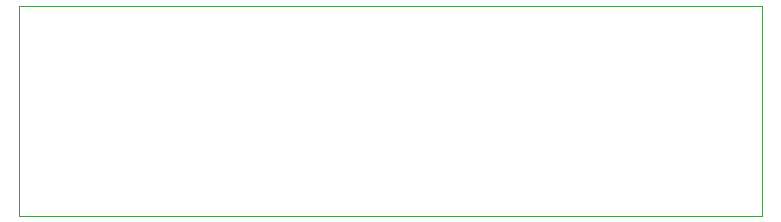
<source format=gm1>
G04 #@! TF.FileFunction,Profile,NP*
%FSLAX46Y46*%
G04 Gerber Fmt 4.6, Leading zero omitted, Abs format (unit mm)*
G04 Created by KiCad (PCBNEW no-vcs-found-product) date Thu 23 Jul 2015 04:44:35 PM CDT*
%MOMM*%
G01*
G04 APERTURE LIST*
%ADD10C,0.127000*%
%ADD11C,0.100000*%
G04 APERTURE END LIST*
D10*
D11*
X131445000Y-104775000D02*
X131445000Y-122555000D01*
X194310000Y-104775000D02*
X131445000Y-104775000D01*
X194310000Y-122555000D02*
X194310000Y-104775000D01*
X131445000Y-122555000D02*
X194310000Y-122555000D01*
M02*

</source>
